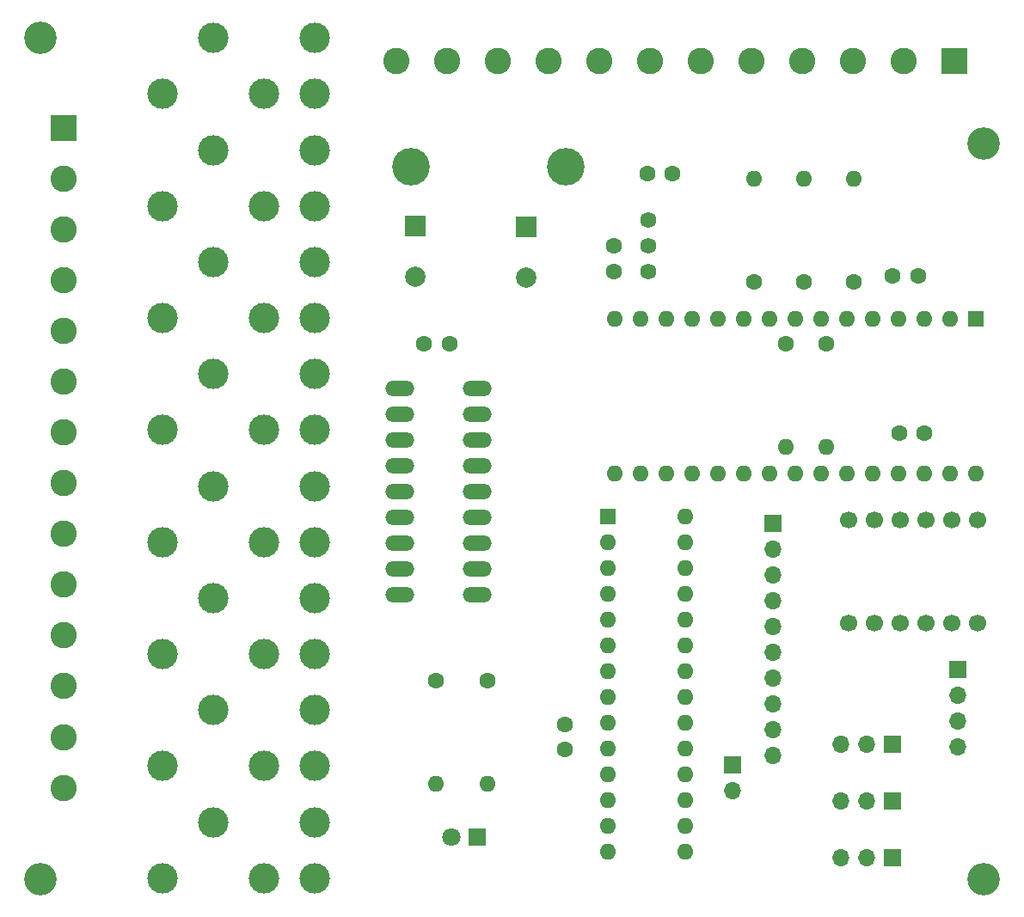
<source format=gbr>
%TF.GenerationSoftware,KiCad,Pcbnew,(5.1.9)-1*%
%TF.CreationDate,2021-01-19T10:58:22-06:00*%
%TF.ProjectId,RC5,5243352e-6b69-4636-9164-5f7063625858,rev?*%
%TF.SameCoordinates,Original*%
%TF.FileFunction,Soldermask,Bot*%
%TF.FilePolarity,Negative*%
%FSLAX46Y46*%
G04 Gerber Fmt 4.6, Leading zero omitted, Abs format (unit mm)*
G04 Created by KiCad (PCBNEW (5.1.9)-1) date 2021-01-19 10:58:22*
%MOMM*%
%LPD*%
G01*
G04 APERTURE LIST*
%ADD10O,1.700000X1.700000*%
%ADD11R,1.700000X1.700000*%
%ADD12O,1.600000X1.600000*%
%ADD13C,1.600000*%
%ADD14C,2.600000*%
%ADD15R,2.600000X2.600000*%
%ADD16C,3.200000*%
%ADD17C,2.000000*%
%ADD18R,2.000000X2.000000*%
%ADD19R,1.600000X1.600000*%
%ADD20O,2.844800X1.524000*%
%ADD21C,3.000000*%
%ADD22C,1.590000*%
%ADD23C,1.700000*%
%ADD24C,3.703200*%
%ADD25C,1.800000*%
%ADD26R,1.800000X1.800000*%
G04 APERTURE END LIST*
D10*
%TO.C,J6*%
X132334000Y-123190000D03*
X134874000Y-123190000D03*
D11*
X137414000Y-123190000D03*
%TD*%
D10*
%TO.C,J5*%
X132334000Y-128778000D03*
X134874000Y-128778000D03*
D11*
X137414000Y-128778000D03*
%TD*%
D10*
%TO.C,J4*%
X132334000Y-134366000D03*
X134874000Y-134366000D03*
D11*
X137414000Y-134366000D03*
%TD*%
D12*
%TO.C,R7*%
X128739900Y-67467480D03*
D13*
X128739900Y-77627480D03*
%TD*%
D12*
%TO.C,R6*%
X133649720Y-67467480D03*
D13*
X133649720Y-77627480D03*
%TD*%
D12*
%TO.C,R5*%
X123830080Y-67467480D03*
D13*
X123830080Y-77627480D03*
%TD*%
D14*
%TO.C,J8*%
X88586200Y-55905400D03*
X93586200Y-55905400D03*
X98586200Y-55905400D03*
X103586200Y-55905400D03*
X108586200Y-55905400D03*
X113586200Y-55905400D03*
X118586200Y-55905400D03*
X123586200Y-55905400D03*
X128586200Y-55905400D03*
X133586200Y-55905400D03*
X138586200Y-55905400D03*
D15*
X143586200Y-55905400D03*
%TD*%
D13*
%TO.C,C7*%
X137474320Y-77038200D03*
X139974320Y-77038200D03*
%TD*%
D16*
%TO.C, *%
X146456400Y-64033400D03*
%TD*%
%TO.C, *%
X146456400Y-136448800D03*
%TD*%
%TO.C, *%
X53568600Y-136448800D03*
%TD*%
%TO.C, *%
X53568600Y-53568600D03*
%TD*%
D10*
%TO.C,J2*%
X125679200Y-124307600D03*
X125679200Y-121767600D03*
X125679200Y-119227600D03*
X125679200Y-116687600D03*
X125679200Y-114147600D03*
X125679200Y-111607600D03*
X125679200Y-109067600D03*
X125679200Y-106527600D03*
X125679200Y-103987600D03*
D11*
X125679200Y-101447600D03*
%TD*%
D17*
%TO.C,C2*%
X101422200Y-77237600D03*
D18*
X101422200Y-72237600D03*
%TD*%
D12*
%TO.C,U2*%
X117043200Y-100787200D03*
X109423200Y-133807200D03*
X117043200Y-103327200D03*
X109423200Y-131267200D03*
X117043200Y-105867200D03*
X109423200Y-128727200D03*
X117043200Y-108407200D03*
X109423200Y-126187200D03*
X117043200Y-110947200D03*
X109423200Y-123647200D03*
X117043200Y-113487200D03*
X109423200Y-121107200D03*
X117043200Y-116027200D03*
X109423200Y-118567200D03*
X117043200Y-118567200D03*
X109423200Y-116027200D03*
X117043200Y-121107200D03*
X109423200Y-113487200D03*
X117043200Y-123647200D03*
X109423200Y-110947200D03*
X117043200Y-126187200D03*
X109423200Y-108407200D03*
X117043200Y-128727200D03*
X109423200Y-105867200D03*
X117043200Y-131267200D03*
X109423200Y-103327200D03*
X117043200Y-133807200D03*
D19*
X109423200Y-100787200D03*
%TD*%
D20*
%TO.C,U1*%
X88900000Y-108432600D03*
X88900000Y-105892600D03*
X88900000Y-103352600D03*
X88900000Y-100812600D03*
X88900000Y-98272600D03*
X88900000Y-95732600D03*
X88900000Y-93192600D03*
X88900000Y-90652600D03*
X88900000Y-88112600D03*
X96520000Y-88112600D03*
X96520000Y-98272600D03*
X96520000Y-95732600D03*
X96520000Y-100812600D03*
X96520000Y-103352600D03*
X96520000Y-90652600D03*
X96520000Y-93192600D03*
X96520000Y-105892600D03*
X96520000Y-108432600D03*
%TD*%
D21*
%TO.C,RLY8*%
X70543400Y-130850000D03*
X65543400Y-136350000D03*
X75543400Y-136350000D03*
X80543400Y-136350000D03*
X80543400Y-130850000D03*
%TD*%
%TO.C,RLY7*%
X70543400Y-119816452D03*
X65543400Y-125316452D03*
X75543400Y-125316452D03*
X80543400Y-125316452D03*
X80543400Y-119816452D03*
%TD*%
%TO.C,RLY6*%
X70543400Y-108782910D03*
X65543400Y-114282910D03*
X75543400Y-114282910D03*
X80543400Y-114282910D03*
X80543400Y-108782910D03*
%TD*%
%TO.C,RLY5*%
X70543400Y-97749368D03*
X65543400Y-103249368D03*
X75543400Y-103249368D03*
X80543400Y-103249368D03*
X80543400Y-97749368D03*
%TD*%
%TO.C,RLY4*%
X70543400Y-86715826D03*
X65543400Y-92215826D03*
X75543400Y-92215826D03*
X80543400Y-92215826D03*
X80543400Y-86715826D03*
%TD*%
%TO.C,RLY3*%
X70543400Y-75682284D03*
X65543400Y-81182284D03*
X75543400Y-81182284D03*
X80543400Y-81182284D03*
X80543400Y-75682284D03*
%TD*%
%TO.C,RLY2*%
X70543400Y-64648742D03*
X65543400Y-70148742D03*
X75543400Y-70148742D03*
X80543400Y-70148742D03*
X80543400Y-64648742D03*
%TD*%
%TO.C,RLY1*%
X70543400Y-53615200D03*
X65543400Y-59115200D03*
X75543400Y-59115200D03*
X80543400Y-59115200D03*
X80543400Y-53615200D03*
%TD*%
D22*
%TO.C,RG1*%
X113394600Y-76606400D03*
X113394600Y-74066400D03*
X113394600Y-71526400D03*
%TD*%
D12*
%TO.C,R3*%
X126949200Y-93903800D03*
D13*
X126949200Y-83743800D03*
%TD*%
D12*
%TO.C,R4*%
X130911600Y-93903800D03*
D13*
X130911600Y-83743800D03*
%TD*%
D12*
%TO.C,R2*%
X97536000Y-127098000D03*
D13*
X97536000Y-116938000D03*
%TD*%
D12*
%TO.C,R1*%
X92456000Y-127098000D03*
D13*
X92456000Y-116938000D03*
%TD*%
D23*
%TO.C,L1*%
X145796000Y-101092000D03*
X143256000Y-101092000D03*
X140716000Y-101092000D03*
X138176000Y-101092000D03*
X135636000Y-101092000D03*
X133096000Y-101092000D03*
X145796000Y-111252000D03*
X143256000Y-111252000D03*
X140716000Y-111252000D03*
X138176000Y-111252000D03*
X135636000Y-111252000D03*
X133096000Y-111252000D03*
%TD*%
D10*
%TO.C,J7*%
X143865600Y-123418600D03*
X143865600Y-120878600D03*
X143865600Y-118338600D03*
D11*
X143865600Y-115798600D03*
%TD*%
D10*
%TO.C,J3*%
X121666000Y-127762000D03*
D11*
X121666000Y-125222000D03*
%TD*%
D14*
%TO.C,J1*%
X55829200Y-127464250D03*
X55829200Y-122464250D03*
X55829200Y-117464250D03*
X55829200Y-112464250D03*
X55829200Y-107464250D03*
X55829200Y-102464250D03*
X55829200Y-97464250D03*
X55829200Y-92464250D03*
X55829200Y-87464250D03*
X55829200Y-82464250D03*
X55829200Y-77464250D03*
X55829200Y-72464250D03*
X55829200Y-67464250D03*
D15*
X55829200Y-62464250D03*
%TD*%
D24*
%TO.C,D2*%
X105257600Y-66268600D03*
X90017600Y-66268600D03*
%TD*%
D25*
%TO.C,D1*%
X93980000Y-132334000D03*
D26*
X96520000Y-132334000D03*
%TD*%
D13*
%TO.C,C8*%
X138114400Y-92557600D03*
X140614400Y-92557600D03*
%TD*%
D17*
%TO.C,C6*%
X90424000Y-77161400D03*
D18*
X90424000Y-72161400D03*
%TD*%
D13*
%TO.C,C5*%
X115809400Y-66954400D03*
X113309400Y-66954400D03*
%TD*%
%TO.C,C4*%
X105156000Y-121198000D03*
X105156000Y-123698000D03*
%TD*%
%TO.C,C3*%
X110007400Y-74106400D03*
X110007400Y-76606400D03*
%TD*%
%TO.C,C1*%
X93827600Y-83693000D03*
X91327600Y-83693000D03*
%TD*%
D12*
%TO.C,A1*%
X110109000Y-96520000D03*
X110109000Y-81280000D03*
X145669000Y-96520000D03*
X112649000Y-81280000D03*
X143129000Y-96520000D03*
X115189000Y-81280000D03*
X140589000Y-96520000D03*
X117729000Y-81280000D03*
X138049000Y-96520000D03*
X120269000Y-81280000D03*
X135509000Y-96520000D03*
X122809000Y-81280000D03*
X132969000Y-96520000D03*
X125349000Y-81280000D03*
X130429000Y-96520000D03*
X127889000Y-81280000D03*
X127889000Y-96520000D03*
X130429000Y-81280000D03*
X125349000Y-96520000D03*
X132969000Y-81280000D03*
X122809000Y-96520000D03*
X135509000Y-81280000D03*
X120269000Y-96520000D03*
X138049000Y-81280000D03*
X117729000Y-96520000D03*
X140589000Y-81280000D03*
X115189000Y-96520000D03*
X143129000Y-81280000D03*
X112649000Y-96520000D03*
D19*
X145669000Y-81280000D03*
%TD*%
M02*

</source>
